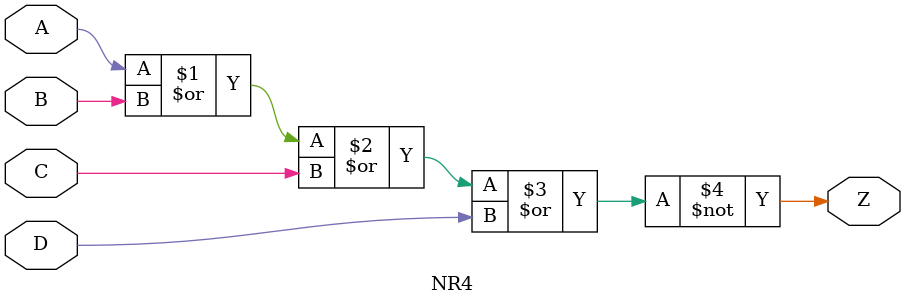
<source format=v>
`resetall
`timescale 1 ns / 100 ps

`celldefine

module NR4 (A, B, C, D, Z);
  input A, B, C, D;
  output Z;

  nor (Z, A, B, C, D);


endmodule 

`endcelldefine

</source>
